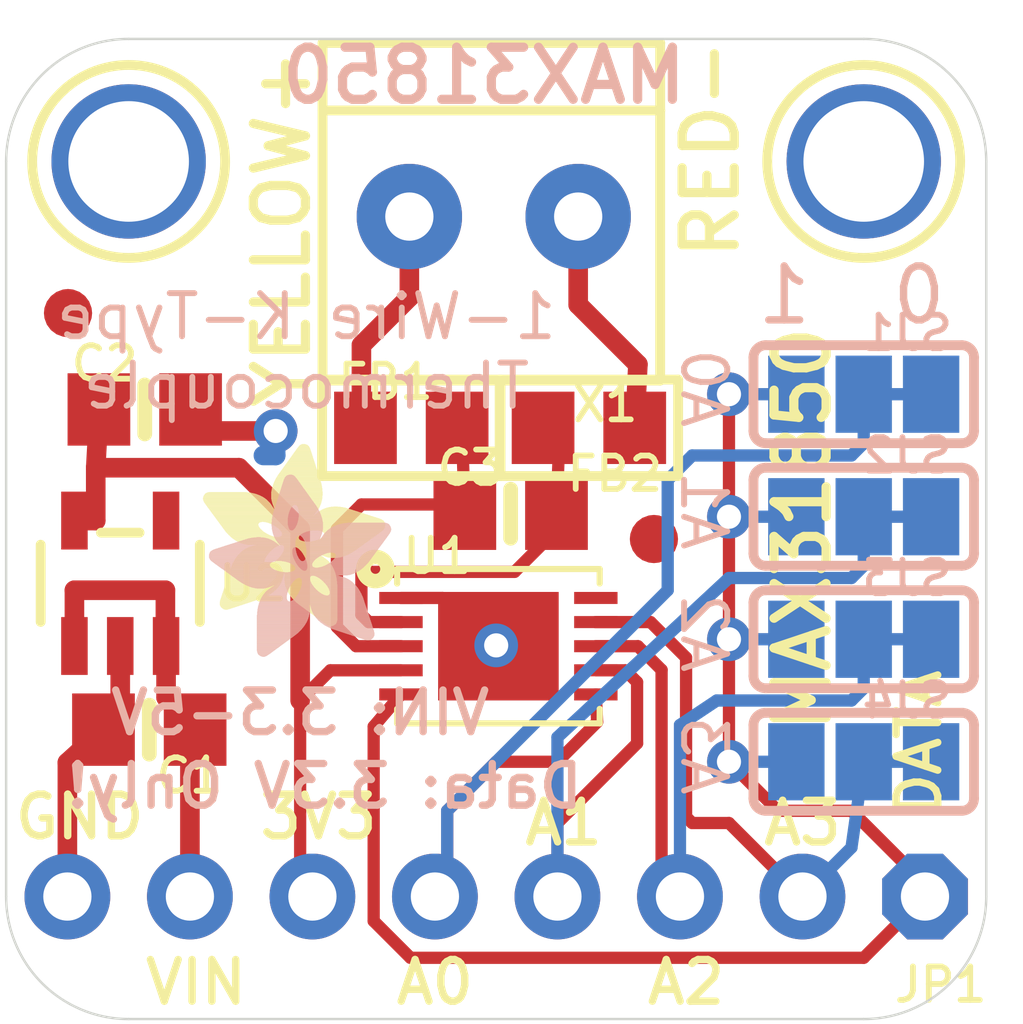
<source format=kicad_pcb>
(kicad_pcb (version 20211014) (generator pcbnew)
  (layers (0 "F.Cu" signal) (31 "B.Cu" signal) (34 "B.Paste" user) (35 "F.Paste" user) (36 "B.SilkS" user "B.Silkscreen") (37 "F.SilkS" user "F.Silkscreen") (38 "B.Mask" user) (39 "F.Mask" user) (44 "Edge.Cuts" user))
  (net 0 "")
  (net 1 "VIN")
  (net 2 "GND")
  (net 3 "3.3V")
  (net 4 "A3")
  (net 5 "A2")
  (net 6 "A1")
  (net 7 "A0")
  (net 8 "DATA")
  (net 9 "N$1")
  (net 10 "N$2")
  (net 11 "T+")
  (net 12 "T-")
  (net 13 "N$3")
  (net 14 "N$4")
  (net 15 "N$5")
  (footprint "boardEagle:0805-NO" (layer "F.Cu") (at 141.2151 102.5256)
    (fp_text reference "C2" (at -1.5875 -0.9525) (layer "F.SilkS") (effects (font (size 0.692831 0.692831) (thickness 0.119969)) (justify left)))
    (fp_text value "10uF")
    (pad "1" smd rect (at -0.95 0) (size 1.3 1.5) (layers "F.Cu" "F.Paste" "F.Mask") (net 3 "3.3V"))
    (pad "2" smd rect (at 0.95 0) (size 1.3 1.5) (layers "F.Cu" "F.Paste" "F.Mask") (net 2 "GND"))
  )
  (footprint "boardEagle:FIDUCIAL_1MM" (layer "F.Cu") (at 151.7711 105.2116)
    (fp_text reference "FID1" hide)
    (fp_text value "FIDUCIAL\"\"" hide)
    (pad "1" smd roundrect (at 0 0) (size 1 1) (layers "F.Cu" "F.Mask") (roundrect_rratio 0.5))
  )
  (footprint "boardEagle:MOUNTINGHOLE_2.5_PLATED" (layer "F.Cu") (at 140.8811 97.3836)
    (fp_text reference "U$9" hide)
    (fp_text value "MOUNTINGHOLE2.5" hide)
    (pad "P$1" thru_hole circle (at 0 0) (size 3.2 3.2) (drill 2.5) (layers *.Cu *.Mask))
  )
  (footprint "boardEagle:0805-NO" (layer "F.Cu") (at 148.8011 104.6876)
    (fp_text reference "C3" (at -1.5875 -0.9525) (layer "F.SilkS") (effects (font (size 0.692831 0.692831) (thickness 0.119969)) (justify left)))
    (fp_text value "0.1uF")
    (pad "1" smd rect (at -0.95 0) (size 1.3 1.5) (layers "F.Cu" "F.Paste" "F.Mask") (net 11 "T+"))
    (pad "2" smd rect (at 0.95 0) (size 1.3 1.5) (layers "F.Cu" "F.Paste" "F.Mask") (net 12 "T-"))
  )
  (footprint "boardEagle:0805-NO" (layer "F.Cu") (at 141.3091 109.1636 180)
    (fp_text reference "C1" (at -1.5875 -0.9525) (layer "F.SilkS") (effects (font (size 0.692831 0.692831) (thickness 0.119969)) (justify right)))
    (fp_text value "10uF")
    (pad "1" smd rect (at -0.95 0 180) (size 1.3 1.5) (layers "F.Cu" "F.Paste" "F.Mask") (net 1 "VIN"))
    (pad "2" smd rect (at 0.95 0 180) (size 1.3 1.5) (layers "F.Cu" "F.Paste" "F.Mask") (net 2 "GND"))
  )
  (footprint "boardEagle:0805" (layer "F.Cu") (at 150.4231 102.9066 180)
    (fp_text reference "FB2" (at -1.5875 -0.9525) (layer "F.SilkS") (effects (font (size 0.692831 0.692831) (thickness 0.119969)) (justify right)))
    (fp_text value "Ferrite")
    (pad "1" smd rect (at -0.95 0 180) (size 1.3 1.5) (layers "F.Cu" "F.Paste" "F.Mask") (net 10 "N$2"))
    (pad "2" smd rect (at 0.95 0 180) (size 1.3 1.5) (layers "F.Cu" "F.Paste" "F.Mask") (net 12 "T-"))
  )
  (footprint "boardEagle:MOUNTINGHOLE_2.5_PLATED" (layer "F.Cu") (at 156.1211 97.3836)
    (fp_text reference "U$8" hide)
    (fp_text value "MOUNTINGHOLE2.5" hide)
    (pad "P$1" thru_hole circle (at 0 0) (size 3.2 3.2) (drill 2.5) (layers *.Cu *.Mask))
  )
  (footprint "boardEagle:TERMBLOCK_1X2-3.5MM" (layer "F.Cu") (at 148.5011 98.5266 180)
    (fp_text reference "X1" (at -3 -3.89) (layer "F.SilkS") (effects (font (size 0.692831 0.692831) (thickness 0.119969)) (justify right)))
    (fp_text value "3.5mm")
    (pad "1" thru_hole circle (at 1.8 0 180) (size 2.1844 2.1844) (drill 1) (layers *.Cu *.Mask) (net 9 "N$1"))
    (pad "2" thru_hole circle (at -1.7 0 180) (size 2.1844 2.1844) (drill 1) (layers *.Cu *.Mask) (net 10 "N$2"))
  )
  (footprint "boardEagle:1X08_ROUND_70" (layer "F.Cu") (at 148.5011 112.6236 180)
    (fp_text reference "JP1" (at -10.2362 -1.8288) (layer "F.SilkS") (effects (font (size 0.692831 0.692831) (thickness 0.119969)) (justify right)))
    (fp_text value "Breakout")
    (pad "1" thru_hole roundrect (at -8.89 0 270) (size 1.778 1.778) (drill 1) (layers *.Cu *.Mask) (chamfer_ratio 0.2928932188) (chamfer top_left top_right bottom_left bottom_right) (net 8 "DATA"))
    (pad "2" thru_hole circle (at -6.35 0 270) (size 1.778 1.778) (drill 1) (layers *.Cu *.Mask) (net 4 "A3"))
    (pad "3" thru_hole circle (at -3.81 0 270) (size 1.778 1.778) (drill 1) (layers *.Cu *.Mask) (net 5 "A2"))
    (pad "4" thru_hole circle (at -1.27 0 270) (size 1.778 1.778) (drill 1) (layers *.Cu *.Mask) (net 6 "A1"))
    (pad "5" thru_hole circle (at 1.27 0 270) (size 1.778 1.778) (drill 1) (layers *.Cu *.Mask) (net 7 "A0"))
    (pad "6" thru_hole circle (at 3.81 0 270) (size 1.778 1.778) (drill 1) (layers *.Cu *.Mask) (net 3 "3.3V"))
    (pad "7" thru_hole circle (at 6.35 0 270) (size 1.778 1.778) (drill 1) (layers *.Cu *.Mask) (net 1 "VIN"))
    (pad "8" thru_hole circle (at 8.89 0 270) (size 1.778 1.778) (drill 1) (layers *.Cu *.Mask) (net 2 "GND"))
  )
  (footprint "boardEagle:FIDUCIAL_1MM" (layer "F.Cu") (at 139.6241 100.5276)
    (fp_text reference "FID2" hide)
    (fp_text value "FIDUCIAL\"\"" hide)
    (pad "1" smd roundrect (at 0 0) (size 1 1) (layers "F.Cu" "F.Mask") (roundrect_rratio 0.5))
  )
  (footprint "boardEagle:ADAFRUIT_3.5MM" (layer "F.Cu") (at 142.4051 107.0356)
    (fp_text reference "U$19" hide)
    (fp_text value "" hide)
  )
  (footprint "boardEagle:0805" (layer "F.Cu") (at 146.7411 102.9066)
    (fp_text reference "FB1" (at -1.5875 -0.9525) (layer "F.SilkS") (effects (font (size 0.692831 0.692831) (thickness 0.119969)) (justify left)))
    (fp_text value "Ferrite")
    (pad "1" smd rect (at -0.95 0) (size 1.3 1.5) (layers "F.Cu" "F.Paste" "F.Mask") (net 9 "N$1"))
    (pad "2" smd rect (at 0.95 0) (size 1.3 1.5) (layers "F.Cu" "F.Paste" "F.Mask") (net 11 "T+"))
  )
  (footprint "boardEagle:TDFN10_3X4MM" (layer "F.Cu") (at 148.5471 107.4336 -90)
    (fp_text reference "U1" (at -1.87 2.043) (layer "F.SilkS") (effects (font (size 0.692831 0.692831) (thickness 0.119969)) (justify left)))
    (fp_text value "MAX31850")
    (pad "1" smd rect (at -1 2.02) (size 0.9 0.25) (layers "F.Cu" "F.Paste") (net 2 "GND"))
    (pad "2" smd rect (at -0.5 2.02) (size 0.9 0.25) (layers "F.Cu" "F.Paste") (net 12 "T-"))
    (pad "3" smd rect (at 0 2.02) (size 0.9 0.25) (layers "F.Cu" "F.Paste") (net 11 "T+"))
    (pad "4" smd rect (at 0.5 2.02) (size 0.9 0.25) (layers "F.Cu" "F.Paste") (net 3 "3.3V"))
    (pad "5" smd rect (at 1 2.02) (size 0.9 0.25) (layers "F.Cu" "F.Paste") (net 8 "DATA"))
    (pad "6" smd rect (at 1 -2.02 180) (size 0.9 0.25) (layers "F.Cu" "F.Paste") (net 7 "A0"))
    (pad "7" smd rect (at 0.5 -2.02 180) (size 0.9 0.25) (layers "F.Cu" "F.Paste") (net 6 "A1"))
    (pad "8" smd rect (at 0 -2.02 180) (size 0.9 0.25) (layers "F.Cu" "F.Paste") (net 5 "A2"))
    (pad "9" smd rect (at -0.5 -2.02 180) (size 0.9 0.25) (layers "F.Cu" "F.Paste") (net 4 "A3"))
    (pad "10" smd rect (at -1 -2.02 180) (size 0.9 0.25) (layers "F.Cu" "F.Paste"))
    (pad "THERMAL" smd rect (at 0 0) (size 2.5 2.25) (layers "F.Cu" "F.Mask") (net 2 "GND"))
  )
  (footprint "boardEagle:SOT23-5" (layer "F.Cu") (at 140.7071 106.1296)
    (fp_text reference "U2" (at 1.978 0) (layer "F.SilkS") (effects (font (size 0.692831 0.692831) (thickness 0.119969)) (justify left)))
    (fp_text value "MIC5225-3.3")
    (pad "1" smd rect (at -0.95 1.3001) (size 0.55 1.2) (layers "F.Cu" "F.Paste" "F.Mask") (net 1 "VIN"))
    (pad "2" smd rect (at 0 1.3001) (size 0.55 1.2) (layers "F.Cu" "F.Paste" "F.Mask") (net 2 "GND"))
    (pad "3" smd rect (at 0.95 1.3001) (size 0.55 1.2) (layers "F.Cu" "F.Paste" "F.Mask") (net 1 "VIN"))
    (pad "4" smd rect (at 0.95 -1.3001) (size 0.55 1.2) (layers "F.Cu" "F.Paste" "F.Mask"))
    (pad "5" smd rect (at -0.95 -1.3001) (size 0.55 1.2) (layers "F.Cu" "F.Paste" "F.Mask") (net 3 "3.3V"))
  )
  (footprint "boardEagle:ADAFRUIT_3.5MM" (layer "B.Cu") (at 146.3421 107.6706 180)
    (fp_text reference "U$18" hide)
    (fp_text value "" hide)
  )
  (footprint "boardEagle:SOLDERJUMPER_2WAY_OPEN_NOPASTE" (layer "B.Cu") (at 156.1211 107.2896 180)
    (fp_text reference "SJ3" (at -1.905 1.27) (layer "B.SilkS") (effects (font (size 0.692831 0.692831) (thickness 0.119969)) (justify left mirror)))
    (fp_text value "")
    (pad "1" smd rect (at -1.397 0 180) (size 1.1684 1.6002) (layers "B.Cu") (net 2 "GND"))
    (pad "2" smd rect (at 0 0 180) (size 1.1684 1.6002) (layers "B.Cu") (net 5 "A2"))
    (pad "3" smd rect (at 1.397 0 180) (size 1.1684 1.6002) (layers "B.Cu") (net 8 "DATA"))
  )
  (footprint "boardEagle:SOLDERJUMPER_2WAY_OPEN_NOPASTE" (layer "B.Cu") (at 156.1211 102.2096 180)
    (fp_text reference "SJ1" (at -1.905 1.27) (layer "B.SilkS") (effects (font (size 0.692831 0.692831) (thickness 0.119969)) (justify left mirror)))
    (fp_text value "")
    (pad "1" smd rect (at -1.397 0 180) (size 1.1684 1.6002) (layers "B.Cu") (net 2 "GND"))
    (pad "2" smd rect (at 0 0 180) (size 1.1684 1.6002) (layers "B.Cu") (net 7 "A0"))
    (pad "3" smd rect (at 1.397 0 180) (size 1.1684 1.6002) (layers "B.Cu") (net 8 "DATA"))
  )
  (footprint "boardEagle:SOLDERJUMPER_2WAY_OPEN_NOPASTE" (layer "B.Cu") (at 156.1211 109.8296 180)
    (fp_text reference "SJ4" (at -1.905 1.27) (layer "B.SilkS") (effects (font (size 0.692831 0.692831) (thickness 0.119969)) (justify left mirror)))
    (fp_text value "")
    (pad "1" smd rect (at -1.397 0 180) (size 1.1684 1.6002) (layers "B.Cu") (net 2 "GND"))
    (pad "2" smd rect (at 0 0 180) (size 1.1684 1.6002) (layers "B.Cu") (net 4 "A3"))
    (pad "3" smd rect (at 1.397 0 180) (size 1.1684 1.6002) (layers "B.Cu") (net 8 "DATA"))
  )
  (footprint "boardEagle:SOLDERJUMPER_2WAY_OPEN_NOPASTE" (layer "B.Cu") (at 156.1211 104.7496 180)
    (fp_text reference "SJ2" (at -1.905 1.27) (layer "B.SilkS") (effects (font (size 0.692831 0.692831) (thickness 0.119969)) (justify left mirror)))
    (fp_text value "")
    (pad "1" smd rect (at -1.397 0 180) (size 1.1684 1.6002) (layers "B.Cu") (net 2 "GND"))
    (pad "2" smd rect (at 0 0 180) (size 1.1684 1.6002) (layers "B.Cu") (net 6 "A1"))
    (pad "3" smd rect (at 1.397 0 180) (size 1.1684 1.6002) (layers "B.Cu") (net 8 "DATA"))
  )
  (gr_line (start 158.6611 97.3836) (end 158.6611 112.6236) (layer "Edge.Cuts") (width 0.05))
  (gr_line (start 138.3411 112.6236) (end 138.3411 97.3836) (layer "Edge.Cuts") (width 0.05))
  (gr_line (start 140.8811 94.8436) (end 156.1211 94.8436) (layer "Edge.Cuts") (width 0.05))
  (gr_arc (start 138.3411 97.3836) (mid 139.085049 95.587549) (end 140.8811 94.8436) (layer "Edge.Cuts") (width 0.05))
  (gr_arc (start 158.6611 112.6236) (mid 157.917151 114.419651) (end 156.1211 115.1636) (layer "Edge.Cuts") (width 0.05))
  (gr_arc (start 140.8811 115.1636) (mid 139.085049 114.419651) (end 138.3411 112.6236) (layer "Edge.Cuts") (width 0.05))
  (gr_arc (start 156.1211 94.8436) (mid 157.917151 95.587549) (end 158.6611 97.3836) (layer "Edge.Cuts") (width 0.05))
  (gr_line (start 156.1211 115.1636) (end 140.8811 115.1636) (layer "Edge.Cuts") (width 0.05))
  (gr_text "0" (at 157.8991 100.8126) (layer "B.SilkS") (effects (font (size 1.1176 1.1176) (thickness 0.1524)) (justify left bottom mirror)))
  (gr_text "A1" (at 153.3271 103.7336 -90) (layer "B.SilkS") (effects (font (size 0.89408 0.89408) (thickness 0.12192)) (justify right top mirror)))
  (gr_text "MAX31850" (at 148.2471 95.6056) (layer "B.SilkS") (effects (font (size 1.0795 1.0795) (thickness 0.1905)) (justify mirror)))
  (gr_text "A0" (at 153.3271 101.1936 -90) (layer "B.SilkS") (effects (font (size 0.89408 0.89408) (thickness 0.12192)) (justify right top mirror)))
  (gr_text "A2" (at 153.3271 106.2736 -90) (layer "B.SilkS") (effects (font (size 0.89408 0.89408) (thickness 0.12192)) (justify right top mirror)))
  (gr_text "1" (at 155.1051 100.8126) (layer "B.SilkS") (effects (font (size 1.1176 1.1176) (thickness 0.1524)) (justify left bottom mirror)))
  (gr_text "VIN: 3.3-5V" (at 144.4371 108.8136) (layer "B.SilkS") (effects (font (size 0.8636 0.8636) (thickness 0.1524)) (justify mirror)))
  (gr_text "A3" (at 153.3271 108.8136 -90) (layer "B.SilkS") (effects (font (size 0.89408 0.89408) (thickness 0.12192)) (justify right top mirror)))
  (gr_text "Data: 3.3V Only!" (at 144.9451 110.3376) (layer "B.SilkS") (effects (font (size 0.8636 0.8636) (thickness 0.1524)) (justify mirror)))
  (gr_text "1-Wire K-Type\nThermocouple" (at 144.5641 101.3206) (layer "B.SilkS") (effects (font (size 0.89408 0.89408) (thickness 0.12192)) (justify mirror)))
  (gr_text "VIN" (at 142.2781 114.4016) (layer "F.SilkS") (effects (font (size 0.8636 0.8636) (thickness 0.1524))))
  (gr_text "A2" (at 152.4381 114.4016) (layer "F.SilkS") (effects (font (size 0.8636 0.8636) (thickness 0.1524))))
  (gr_text "GND" (at 139.8651 110.9726) (layer "F.SilkS") (effects (font (size 0.8636 0.8636) (thickness 0.1524))))
  (gr_text "YELLOW+" (at 144.0561 98.7806 90) (layer "F.SilkS") (effects (font (size 1.0795 1.0795) (thickness 0.1905))))
  (gr_text "A1" (at 149.8981 111.0996) (layer "F.SilkS") (effects (font (size 0.8636 0.8636) (thickness 0.1524))))
  (gr_text "3V3" (at 144.8181 110.9726) (layer "F.SilkS") (effects (font (size 0.8636 0.8636) (thickness 0.1524))))
  (gr_text "RED-" (at 152.9461 97.1296 90) (layer "F.SilkS") (effects (font (size 1.0795 1.0795) (thickness 0.1905))))
  (gr_text "A0" (at 147.2311 114.4016) (layer "F.SilkS") (effects (font (size 0.8636 0.8636) (thickness 0.1524))))
  (gr_text "A3" (at 154.8511 111.0996) (layer "F.SilkS") (effects (font (size 0.8636 0.8636) (thickness 0.1524))))
  (gr_text "DATA" (at 157.2641 109.4486 90) (layer "F.SilkS") (effects (font (size 0.8636 0.8636) (thickness 0.1524))))
  (gr_text "MAX31850" (at 154.8511 105.0036 90) (layer "F.SilkS") (effects (font (size 1.0795 1.0795) (thickness 0.1905))))
  (segment (start 141.6431 107.4297) (end 141.6571 107.4297) (width 0.4064) (layer "F.Cu") (net 1))
  (segment (start 139.7571 107.4297) (end 139.7571 106.2736) (width 0.4064) (layer "F.Cu") (net 1))
  (segment (start 141.6431 106.2736) (end 141.6431 107.4297) (width 0.4064) (layer "F.Cu") (net 1))
  (segment (start 141.6571 108.4956) (end 141.6571 107.4297) (width 0.4064) (layer "F.Cu") (net 1))
  (segment (start 142.1511 112.6236) (end 142.1511 109.3376) (width 0.4064) (layer "F.Cu") (net 1))
  (segment (start 142.1511 109.3376) (end 142.2591 109.1636) (width 0.4064) (layer "F.Cu") (net 1))
  (segment (start 139.7571 106.2736) (end 141.6431 106.2736) (width 0.4064) (layer "F.Cu") (net 1))
  (segment (start 142.2591 109.1636) (end 141.6571 108.4956) (width 0.4064) (layer "F.Cu") (net 1))
  (segment (start 139.6111 112.6236) (end 139.6111 109.8456) (width 0.4064) (layer "F.Cu") (net 2))
  (segment (start 148.5471 107.4336) (end 148.546356 107.434344) (width 0.254) (layer "F.Cu") (net 2))
  (segment (start 142.1651 102.5256) (end 142.2311 102.9716) (width 0.4064) (layer "F.Cu") (net 2))
  (segment (start 147.3911 106.4336) (end 148.5011 107.4166) (width 0.254) (layer "F.Cu") (net 2))
  (segment (start 139.6111 109.8456) (end 140.3591 109.1636) (width 0.4064) (layer "F.Cu") (net 2))
  (segment (start 142.2311 102.9716) (end 143.9291 102.9716) (width 0.4064) (layer "F.Cu") (net 2))
  (segment (start 140.7071 108.7336) (end 140.7071 107.4297) (width 0.4064) (layer "F.Cu") (net 2))
  (segment (start 140.3591 109.1636) (end 140.2931 109.1476) (width 0.4064) (layer "F.Cu") (net 2))
  (segment (start 148.546356 107.434344) (end 148.546356 107.434344) (width 0.254) (layer "F.Cu") (net 2))
  (segment (start 148.546356 107.434344) (end 148.5011 107.4166) (width 0.254) (layer "F.Cu") (net 2))
  (segment (start 140.2931 109.1476) (end 140.7071 108.7336) (width 0.4064) (layer "F.Cu") (net 2))
  (segment (start 146.5271 106.4336) (end 147.3911 106.4336) (width 0.254) (layer "F.Cu") (net 2))
  (via (at 148.5011 107.4166) (size 0.9064) (drill 0.5) (layers "F.Cu" "B.Cu") (net 2))
  (via (at 143.9291 102.9716) (size 0.9064) (drill 0.5) (layers "F.Cu" "B.Cu") (net 2))
  (segment (start 148.5011 107.4166) (end 148.7551 107.5436) (width 0.254) (layer "B.Cu") (net 2))
  (segment (start 143.9291 103.4796) (end 143.6751 103.4796) (width 0.4064) (layer "B.Cu") (net 2))
  (segment (start 143.9291 102.9716) (end 143.9291 103.4796) (width 0.4064) (layer "B.Cu") (net 2))
  (segment (start 145.0631 107.9336) (end 144.4371 108.5596) (width 0.254) (layer "F.Cu") (net 3))
  (segment (start 146.5271 107.9336) (end 145.0631 107.9336) (width 0.254) (layer "F.Cu") (net 3))
  (segment (start 140.2651 102.5256) (end 140.1991 103.7336) (width 0.4064) (layer "F.Cu") (net 3))
  (segment (start 140.1991 103.7336) (end 140.1991 104.8295) (width 0.4064) (layer "F.Cu") (net 3))
  (segment (start 143.1671 103.7336) (end 144.4371 105.0036) (width 0.4064) (layer "F.Cu") (net 3))
  (segment (start 140.1991 103.7336) (end 143.1671 103.7336) (width 0.4064) (layer "F.Cu") (net 3))
  (segment (start 144.4371 108.5596) (end 144.4371 112.3696) (width 0.254) (layer "F.Cu") (net 3))
  (segment (start 144.4371 105.0036) (end 144.4371 108.5596) (width 0.4064) (layer "F.Cu") (net 3))
  (segment (start 140.1991 104.8295) (end 139.7571 104.8295) (width 0.4064) (layer "F.Cu") (net 3))
  (segment (start 144.4371 112.3696) (end 144.6911 112.6236) (width 0.254) (layer "F.Cu") (net 3))
  (segment (start 152.5651 111.0996) (end 153.3271 111.0996) (width 0.254) (layer "F.Cu") (net 4))
  (segment (start 151.7011 106.9336) (end 152.4381 107.6706) (width 0.254) (layer "F.Cu") (net 4))
  (segment (start 153.3271 111.0996) (end 154.8511 112.6236) (width 0.254) (layer "F.Cu") (net 4))
  (segment (start 152.4381 110.9726) (end 152.5651 111.0996) (width 0.254) (layer "F.Cu") (net 4))
  (segment (start 152.4381 107.6706) (end 152.4381 110.9726) (width 0.254) (layer "F.Cu") (net 4))
  (segment (start 150.5671 106.9336) (end 151.7011 106.9336) (width 0.254) (layer "F.Cu") (net 4))
  (segment (start 155.8671 111.6076) (end 154.8511 112.6236) (width 0.254) (layer "B.Cu") (net 4))
  (segment (start 156.1211 109.8296) (end 155.8671 111.6076) (width 0.254) (layer "B.Cu") (net 4))
  (segment (start 150.5671 107.4336) (end 151.4391 107.4336) (width 0.254) (layer "F.Cu") (net 5))
  (segment (start 151.4391 107.4336) (end 151.9301 107.9246) (width 0.254) (layer "F.Cu") (net 5))
  (segment (start 151.9301 107.9246) (end 151.9301 112.4966) (width 0.254) (layer "F.Cu") (net 5))
  (segment (start 151.9301 112.4966) (end 152.3111 112.6236) (width 0.254) (layer "F.Cu") (net 5))
  (segment (start 152.3111 109.0676) (end 152.3111 112.6236) (width 0.254) (layer "B.Cu") (net 5))
  (segment (start 156.1211 107.2896) (end 156.1211 108.3056) (width 0.254) (layer "B.Cu") (net 5))
  (segment (start 155.8671 108.5596) (end 153.0731 108.5596) (width 0.254) (layer "B.Cu") (net 5))
  (segment (start 153.0731 108.5596) (end 152.3111 109.0676) (width 0.254) (layer "B.Cu") (net 5))
  (segment (start 156.1211 108.3056) (end 155.8671 108.5596) (width 0.254) (layer "B.Cu") (net 5))
  (segment (start 151.4221 108.1786) (end 151.4221 109.4486) (width 0.254) (layer "F.Cu") (net 6))
  (segment (start 151.4221 109.4486) (end 149.7711 111.0996) (width 0.254) (layer "F.Cu") (net 6))
  (segment (start 150.5671 107.9336) (end 151.1771 107.9336) (width 0.254) (layer "F.Cu") (net 6))
  (segment (start 151.1771 107.9336) (end 151.4221 108.1786) (width 0.254) (layer "F.Cu") (net 6))
  (segment (start 149.7711 111.0996) (end 149.7711 112.6236) (width 0.254) (layer "F.Cu") (net 6))
  (segment (start 153.3271 106.0196) (end 149.7711 109.3216) (width 0.254) (layer "B.Cu") (net 6))
  (segment (start 156.1211 105.7656) (end 155.8671 106.0196) (width 0.254) (layer "B.Cu") (net 6))
  (segment (start 155.8671 106.0196) (end 153.3271 106.0196) (width 0.254) (layer "B.Cu") (net 6))
  (segment (start 156.1211 104.7496) (end 156.1211 105.7656) (width 0.254) (layer "B.Cu") (net 6))
  (segment (start 149.7711 109.3216) (end 149.7711 112.6236) (width 0.254) (layer "B.Cu") (net 6))
  (segment (start 147.4851 110.8456) (end 147.4851 112.3696) (width 0.254) (layer "F.Cu") (net 7))
  (segment (start 147.4851 112.3696) (end 147.2311 112.6236) (width 0.254) (layer "F.Cu") (net 7))
  (segment (start 148.5011 109.8296) (end 147.4851 110.8456) (width 0.254) (layer "F.Cu") (net 7))
  (segment (start 149.7711 109.8296) (end 148.5011 109.8296) (width 0.254) (layer "F.Cu") (net 7))
  (segment (start 150.5671 108.4336) (end 150.5941 109.0066) (width 0.254) (layer "F.Cu") (net 7))
  (segment (start 150.5941 109.0066) (end 149.7711 109.8296) (width 0.254) (layer "F.Cu") (net 7))
  (segment (start 147.4851 110.8456) (end 147.4851 112.3696) (width 0.254) (layer "B.Cu") (net 7))
  (segment (start 155.8671 103.4796) (end 152.5651 103.4796) (width 0.254) (layer "B.Cu") (net 7))
  (segment (start 147.4851 112.3696) (end 147.2311 112.6236) (width 0.254) (layer "B.Cu") (net 7))
  (segment (start 156.1211 102.2096) (end 156.1211 103.2256) (width 0.254) (layer "B.Cu") (net 7))
  (segment (start 152.0571 103.9876) (end 152.0571 106.2736) (width 0.254) (layer "B.Cu") (net 7))
  (segment (start 152.0571 106.2736) (end 147.4851 110.8456) (width 0.254) (layer "B.Cu") (net 7))
  (segment (start 156.1211 102.2096) (end 157.6451 102.2096) (width 0.254) (layer "B.Cu") (net 7))
  (segment (start 152.5651 103.4796) (end 152.0571 103.9876) (width 0.254) (layer "B.Cu") (net 7))
  (segment (start 156.1211 103.2256) (end 155.8671 103.4796) (width 0.254) (layer "B.Cu") (net 7))
  (segment (start 156.1211 113.8936) (end 157.3911 112.6236) (width 0.254) (layer "F.Cu") (net 8))
  (segment (start 153.3271 109.8296) (end 154.3431 110.8456) (width 0.254) (layer "F.Cu") (net 8))
  (segment (start 146.5271 108.4336) (end 145.9611 109.0996) (width 0.254) (layer "F.Cu") (net 8))
  (segment (start 146.7231 113.8936) (end 156.1211 113.8936) (width 0.254) (layer "F.Cu") (net 8))
  (segment (start 155.8671 110.8456) (end 157.3911 112.3696) (width 0.254) (layer "F.Cu") (net 8))
  (segment (start 153.3271 102.2096) (end 153.3271 104.7496) (width 0.254) (layer "F.Cu") (net 8))
  (segment (start 145.9611 109.0996) (end 145.9611 113.1316) (width 0.254) (layer "F.Cu") (net 8))
  (segment (start 157.3911 112.3696) (end 157.3911 112.6236) (width 0.254) (layer "F.Cu") (net 8))
  (segment (start 154.3431 110.8456) (end 155.8671 110.8456) (width 0.254) (layer "F.Cu") (net 8))
  (segment (start 153.3271 107.2896) (end 153.3271 104.7496) (width 0.254) (layer "F.Cu") (net 8))
  (segment (start 145.9611 113.1316) (end 146.7231 113.8936) (width 0.254) (layer "F.Cu") (net 8))
  (segment (start 153.3271 107.2896) (end 153.3271 109.8296) (width 0.254) (layer "F.Cu") (net 8))
  (via (at 153.3271 104.7496) (size 0.9064) (drill 0.5) (layers "F.Cu" "B.Cu") (net 8))
  (via (at 153.3271 102.2096) (size 0.9064) (drill 0.5) (layers "F.Cu" "B.Cu") (net 8))
  (via (at 153.3271 109.8296) (size 0.9064) (drill 0.5) (layers "F.Cu" "B.Cu") (net 8))
  (via (at 153.3271 107.2896) (size 0.9064) (drill 0.5) (layers "F.Cu" "B.Cu") (net 8))
  (segment (start 154.7241 104.7496) (end 153.3271 104.7496) (width 0.254) (layer "B.Cu") (net 8))
  (segment (start 154.7241 109.8296) (end 154.8511 109.9566) (width 0.254) (layer "B.Cu") (net 8))
  (segment (start 154.8511 109.9566) (end 154.8511 110.0836) (width 0.254) (layer "B.Cu") (net 8))
  (segment (start 154.7241 107.2896) (end 153.3271 107.2896) (width 0.254) (layer "B.Cu") (net 8))
  (segment (start 154.7241 102.2096) (end 153.3271 102.2096) (width 0.254) (layer "B.Cu") (net 8))
  (segment (start 154.8511 110.0836) (end 154.5971 109.8296) (width 0.254) (layer "B.Cu") (net 8))
  (segment (start 154.5971 109.8296) (end 153.3271 109.8296) (width 0.254) (layer "B.Cu") (net 8))
  (segment (start 145.7071 101.1936) (end 145.7071 102.7616) (width 0.4064) (layer "F.Cu") (net 9))
  (segment (start 146.7011 100.1996) (end 145.7071 101.1936) (width 0.4064) (layer "F.Cu") (net 9))
  (segment (start 146.7011 98.5266) (end 146.7011 100.1996) (width 0.4064) (layer "F.Cu") (net 9))
  (segment (start 145.7071 102.7616) (end 145.7911 102.9066) (width 0.4064) (layer "F.Cu") (net 9))
  (segment (start 150.2011 100.3536) (end 151.4391 101.5916) (width 0.4064) (layer "F.Cu") (net 10))
  (segment (start 151.4391 101.5916) (end 151.3731 102.9066) (width 0.4064) (layer "F.Cu") (net 10))
  (segment (start 150.2011 98.5266) (end 150.2011 100.3536) (width 0.4064) (layer "F.Cu") (net 10))
  (segment (start 145.1991 107.0356) (end 145.1991 105.0036) (width 0.254) (layer "F.Cu") (net 11))
  (segment (start 146.5271 107.4336) (end 145.5971 107.4336) (width 0.254) (layer "F.Cu") (net 11))
  (segment (start 145.7071 104.4956) (end 147.7231 104.4956) (width 0.254) (layer "F.Cu") (net 11))
  (segment (start 145.5971 107.4336) (end 145.1991 107.0356) (width 0.254) (layer "F.Cu") (net 11))
  (segment (start 145.1991 105.0036) (end 145.7071 104.4956) (width 0.254) (layer "F.Cu") (net 11))
  (segment (start 147.7851 102.8076) (end 147.6911 102.9066) (width 0.254) (layer "F.Cu") (net 11))
  (segment (start 147.8511 104.6876) (end 147.7851 102.8076) (width 0.254) (layer "F.Cu") (net 11))
  (segment (start 147.7231 104.4956) (end 147.8511 104.6876) (width 0.254) (layer "F.Cu") (net 11))
  (segment (start 145.8591 106.9336) (end 145.7071 106.7816) (width 0.254) (layer "F.Cu") (net 12))
  (segment (start 149.7511 104.6876) (end 149.8171 102.9356) (width 0.254) (layer "F.Cu") (net 12))
  (segment (start 149.7711 105.0036) (end 149.7711 104.4796) (width 0.254) (layer "F.Cu") (net 12))
  (segment (start 145.7071 105.8926) (end 148.8821 105.8926) (width 0.254) (layer "F.Cu") (net 12))
  (segment (start 146.5271 106.9336) (end 145.8591 106.9336) (width 0.254) (layer "F.Cu") (net 12))
  (segment (start 148.8821 105.8926) (end 149.7711 105.0036) (width 0.254) (layer "F.Cu") (net 12))
  (segment (start 149.8171 102.9356) (end 149.4731 102.9066) (width 0.254) (layer "F.Cu") (net 12))
  (segment (start 145.7071 106.7816) (end 145.7071 105.8926) (width 0.254) (layer "F.Cu") (net 12))
  (segment (start 149.7711 104.4796) (end 149.7511 104.6876) (width 0.254) (layer "F.Cu") (net 12))
  (segment (start 156.3751 104.7496) (end 157.3911 104.7496) (width 0.254) (layer "B.Cu") (net 13))
  (segment (start 156.3751 107.2896) (end 157.3911 107.2896) (width 0.254) (layer "B.Cu") (net 14))
  (segment (start 156.3751 109.8296) (end 157.3911 109.8296) (width 0.254) (layer "B.Cu") (net 15))
)
</source>
